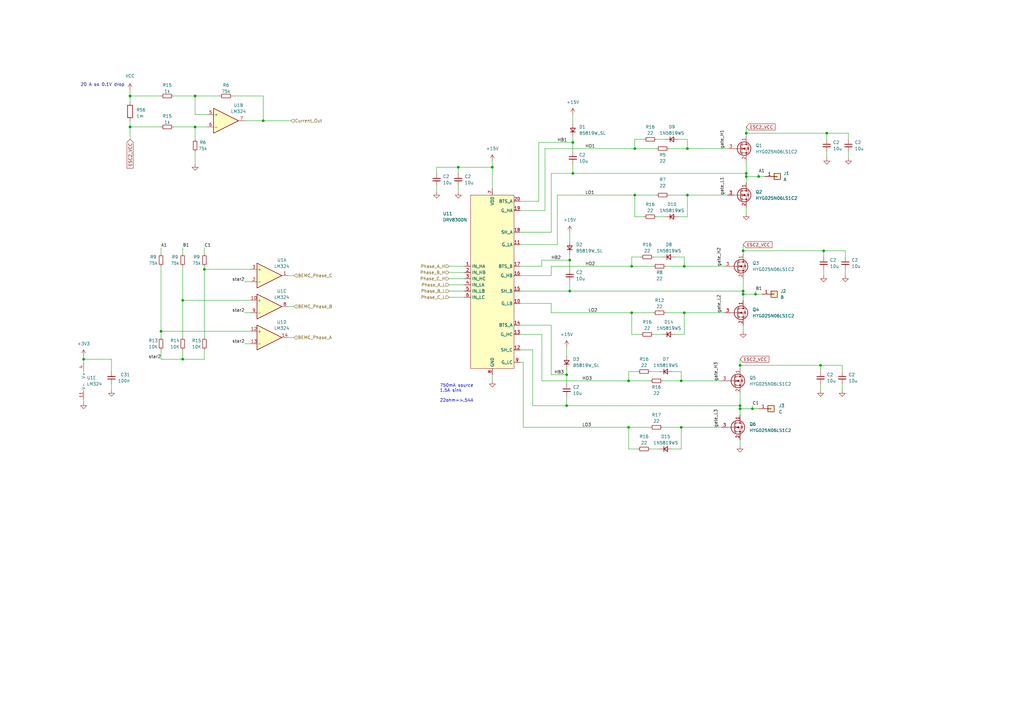
<source format=kicad_sch>
(kicad_sch (version 20230121) (generator eeschema)
  (paper "A3")
  (junction (at 336.55 149.86))
  (junction (at 309.88 120.65))
  (junction (at 233.68 106.68))
  (junction (at 234.95 58.42))
  (junction (at 187.96 68.58))
  (junction (at 201.93 68.58))
  (junction (at 53.34 39.37))
  (junction (at 304.8 102.87))
  (junction (at 279.4 175.26))
  (junction (at 304.8 119.38))
  (junction (at 259.08 109.22))
  (junction (at 233.68 119.38))
  (junction (at 308.61 167.64))
  (junction (at 306.07 54.61))
  (junction (at 234.95 71.12))
  (junction (at 80.01 39.37))
  (junction (at 260.35 80.01))
  (junction (at 83.82 110.49))
  (junction (at 232.41 153.67))
  (junction (at 53.34 52.07))
  (junction (at 303.53 149.86))
  (junction (at 306.07 71.12))
  (junction (at 66.04 135.89))
  (junction (at 304.8 120.65))
  (junction (at 281.94 80.01))
  (junction (at 279.4 156.21))
  (junction (at 337.82 102.87))
  (junction (at 257.81 156.21))
  (junction (at 80.01 52.07))
  (junction (at 107.95 49.53))
  (junction (at 339.09 54.61))
  (junction (at 232.41 166.37))
  (junction (at 281.94 60.96))
  (junction (at 303.53 167.64))
  (junction (at 34.29 147.32))
  (junction (at 280.67 128.27))
  (junction (at 259.08 128.27))
  (junction (at 260.35 60.96))
  (junction (at 74.93 147.32))
  (junction (at 257.81 175.26))
  (junction (at 303.53 166.37))
  (junction (at 74.93 123.19))
  (junction (at 311.15 72.39))
  (junction (at 306.07 72.39))
  (junction (at 280.67 109.22))
  (wire (pts (xy 303.53 167.64) (xy 308.61 167.64)))
  (wire (pts (xy 346.71 102.87) (xy 346.71 105.41)))
  (wire (pts (xy 261.62 184.15) (xy 257.81 184.15)))
  (wire (pts (xy 281.94 80.01) (xy 298.45 80.01)))
  (wire (pts (xy 279.4 184.15) (xy 275.59 184.15)))
  (wire (pts (xy 346.71 110.49) (xy 346.71 113.03)))
  (wire (pts (xy 232.41 166.37) (xy 303.53 166.37)))
  (wire (pts (xy 80.01 39.37) (xy 71.12 39.37)))
  (wire (pts (xy 100.33 128.27) (xy 102.87 128.27)))
  (wire (pts (xy 345.44 149.86) (xy 345.44 152.4)))
  (wire (pts (xy 218.44 143.51) (xy 218.44 166.37)))
  (wire (pts (xy 271.78 175.26) (xy 279.4 175.26)))
  (wire (pts (xy 274.32 80.01) (xy 281.94 80.01)))
  (wire (pts (xy 226.06 133.35) (xy 226.06 153.67)))
  (wire (pts (xy 53.34 36.83) (xy 53.34 39.37)))
  (wire (pts (xy 339.09 54.61) (xy 347.98 54.61)))
  (wire (pts (xy 257.81 152.4) (xy 257.81 156.21)))
  (wire (pts (xy 80.01 52.07) (xy 80.01 57.15)))
  (wire (pts (xy 304.8 102.87) (xy 304.8 104.14)))
  (wire (pts (xy 308.61 167.64) (xy 311.15 167.64)))
  (wire (pts (xy 74.93 123.19) (xy 74.93 138.43)))
  (wire (pts (xy 74.93 143.51) (xy 74.93 147.32)))
  (wire (pts (xy 100.33 140.97) (xy 102.87 140.97)))
  (wire (pts (xy 226.06 153.67) (xy 232.41 153.67)))
  (wire (pts (xy 233.68 95.25) (xy 233.68 99.06)))
  (wire (pts (xy 262.89 105.41) (xy 259.08 105.41)))
  (wire (pts (xy 53.34 41.91) (xy 53.34 39.37)))
  (wire (pts (xy 304.8 102.87) (xy 337.82 102.87)))
  (wire (pts (xy 304.8 120.65) (xy 304.8 123.19)))
  (wire (pts (xy 34.29 147.32) (xy 34.29 148.59)))
  (wire (pts (xy 213.36 133.35) (xy 226.06 133.35)))
  (wire (pts (xy 281.94 60.96) (xy 298.45 60.96)))
  (wire (pts (xy 306.07 54.61) (xy 339.09 54.61)))
  (wire (pts (xy 179.07 68.58) (xy 187.96 68.58)))
  (wire (pts (xy 222.25 137.16) (xy 222.25 156.21)))
  (wire (pts (xy 45.72 157.48) (xy 45.72 160.02)))
  (wire (pts (xy 280.67 137.16) (xy 276.86 137.16)))
  (wire (pts (xy 337.82 102.87) (xy 346.71 102.87)))
  (wire (pts (xy 304.8 119.38) (xy 304.8 114.3)))
  (wire (pts (xy 213.36 143.51) (xy 218.44 143.51)))
  (wire (pts (xy 213.36 82.55) (xy 220.98 82.55)))
  (wire (pts (xy 260.35 57.15) (xy 260.35 60.96)))
  (wire (pts (xy 74.93 147.32) (xy 66.04 147.32)))
  (wire (pts (xy 184.15 111.76) (xy 190.5 111.76)))
  (wire (pts (xy 83.82 147.32) (xy 74.93 147.32)))
  (wire (pts (xy 281.94 80.01) (xy 281.94 88.9)))
  (wire (pts (xy 187.96 68.58) (xy 187.96 71.12)))
  (wire (pts (xy 273.05 88.9) (xy 269.24 88.9)))
  (wire (pts (xy 187.96 76.2) (xy 187.96 78.74)))
  (wire (pts (xy 303.53 166.37) (xy 303.53 167.64)))
  (wire (pts (xy 66.04 135.89) (xy 66.04 109.22)))
  (wire (pts (xy 213.36 113.03) (xy 226.06 113.03)))
  (wire (pts (xy 311.15 72.39) (xy 313.69 72.39)))
  (wire (pts (xy 270.51 152.4) (xy 266.7 152.4)))
  (wire (pts (xy 222.25 156.21) (xy 257.81 156.21)))
  (wire (pts (xy 339.09 62.23) (xy 339.09 64.77)))
  (wire (pts (xy 273.05 109.22) (xy 280.67 109.22)))
  (wire (pts (xy 85.09 46.99) (xy 80.01 46.99)))
  (wire (pts (xy 259.08 128.27) (xy 267.97 128.27)))
  (wire (pts (xy 257.81 175.26) (xy 266.7 175.26)))
  (wire (pts (xy 184.15 109.22) (xy 190.5 109.22)))
  (wire (pts (xy 218.44 166.37) (xy 232.41 166.37)))
  (wire (pts (xy 306.07 85.09) (xy 306.07 87.63)))
  (wire (pts (xy 279.4 175.26) (xy 279.4 184.15)))
  (wire (pts (xy 213.36 119.38) (xy 233.68 119.38)))
  (wire (pts (xy 304.8 133.35) (xy 304.8 135.89)))
  (wire (pts (xy 280.67 128.27) (xy 297.18 128.27)))
  (wire (pts (xy 201.93 153.67) (xy 201.93 156.21)))
  (wire (pts (xy 184.15 114.3) (xy 190.5 114.3)))
  (wire (pts (xy 281.94 88.9) (xy 278.13 88.9)))
  (wire (pts (xy 339.09 57.15) (xy 339.09 54.61)))
  (wire (pts (xy 279.4 156.21) (xy 295.91 156.21)))
  (wire (pts (xy 306.07 71.12) (xy 306.07 72.39)))
  (wire (pts (xy 281.94 60.96) (xy 281.94 57.15)))
  (wire (pts (xy 281.94 57.15) (xy 278.13 57.15)))
  (wire (pts (xy 107.95 39.37) (xy 95.25 39.37)))
  (wire (pts (xy 264.16 88.9) (xy 260.35 88.9)))
  (wire (pts (xy 259.08 105.41) (xy 259.08 109.22)))
  (wire (pts (xy 213.36 86.36) (xy 223.52 86.36)))
  (wire (pts (xy 222.25 106.68) (xy 233.68 106.68)))
  (wire (pts (xy 232.41 166.37) (xy 232.41 162.56)))
  (wire (pts (xy 66.04 147.32) (xy 66.04 143.51)))
  (wire (pts (xy 83.82 110.49) (xy 83.82 138.43)))
  (wire (pts (xy 90.17 39.37) (xy 80.01 39.37)))
  (wire (pts (xy 234.95 62.23) (xy 234.95 58.42)))
  (wire (pts (xy 179.07 71.12) (xy 179.07 68.58)))
  (wire (pts (xy 34.29 163.83) (xy 34.29 165.1)))
  (wire (pts (xy 261.62 152.4) (xy 257.81 152.4)))
  (wire (pts (xy 262.89 137.16) (xy 259.08 137.16)))
  (wire (pts (xy 34.29 146.05) (xy 34.29 147.32)))
  (wire (pts (xy 271.78 105.41) (xy 267.97 105.41)))
  (wire (pts (xy 233.68 110.49) (xy 233.68 106.68)))
  (wire (pts (xy 303.53 167.64) (xy 303.53 170.18)))
  (wire (pts (xy 83.82 110.49) (xy 102.87 110.49)))
  (wire (pts (xy 260.35 80.01) (xy 269.24 80.01)))
  (wire (pts (xy 100.33 49.53) (xy 107.95 49.53)))
  (wire (pts (xy 336.55 152.4) (xy 336.55 149.86)))
  (wire (pts (xy 213.36 148.59) (xy 214.63 148.59)))
  (wire (pts (xy 220.98 58.42) (xy 234.95 58.42)))
  (wire (pts (xy 85.09 52.07) (xy 80.01 52.07)))
  (wire (pts (xy 80.01 52.07) (xy 71.12 52.07)))
  (wire (pts (xy 201.93 66.04) (xy 201.93 68.58)))
  (wire (pts (xy 187.96 68.58) (xy 201.93 68.58)))
  (wire (pts (xy 74.93 109.22) (xy 74.93 123.19)))
  (wire (pts (xy 306.07 54.61) (xy 306.07 55.88)))
  (wire (pts (xy 222.25 109.22) (xy 222.25 106.68)))
  (wire (pts (xy 303.53 180.34) (xy 303.53 182.88)))
  (wire (pts (xy 213.36 109.22) (xy 222.25 109.22)))
  (wire (pts (xy 273.05 57.15) (xy 269.24 57.15)))
  (wire (pts (xy 259.08 128.27) (xy 259.08 137.16)))
  (wire (pts (xy 226.06 124.46) (xy 226.06 128.27)))
  (wire (pts (xy 280.67 105.41) (xy 276.86 105.41)))
  (wire (pts (xy 118.11 138.43) (xy 120.65 138.43)))
  (wire (pts (xy 53.34 49.53) (xy 53.34 52.07)))
  (wire (pts (xy 337.82 110.49) (xy 337.82 113.03)))
  (wire (pts (xy 257.81 156.21) (xy 266.7 156.21)))
  (wire (pts (xy 220.98 82.55) (xy 220.98 58.42)))
  (wire (pts (xy 83.82 109.22) (xy 83.82 110.49)))
  (wire (pts (xy 45.72 147.32) (xy 34.29 147.32)))
  (wire (pts (xy 118.11 113.03) (xy 120.65 113.03)))
  (wire (pts (xy 347.98 62.23) (xy 347.98 64.77)))
  (wire (pts (xy 118.11 125.73) (xy 120.65 125.73)))
  (wire (pts (xy 345.44 157.48) (xy 345.44 160.02)))
  (wire (pts (xy 228.6 100.33) (xy 228.6 80.01)))
  (wire (pts (xy 184.15 121.92) (xy 190.5 121.92)))
  (wire (pts (xy 259.08 109.22) (xy 267.97 109.22)))
  (wire (pts (xy 306.07 72.39) (xy 311.15 72.39)))
  (wire (pts (xy 45.72 152.4) (xy 45.72 147.32)))
  (wire (pts (xy 308.61 166.37) (xy 308.61 167.64)))
  (wire (pts (xy 184.15 119.38) (xy 190.5 119.38)))
  (wire (pts (xy 179.07 76.2) (xy 179.07 78.74)))
  (wire (pts (xy 303.53 149.86) (xy 303.53 151.13)))
  (wire (pts (xy 80.01 39.37) (xy 80.01 46.99)))
  (wire (pts (xy 226.06 71.12) (xy 234.95 71.12)))
  (wire (pts (xy 304.8 119.38) (xy 304.8 120.65)))
  (wire (pts (xy 83.82 101.6) (xy 83.82 104.14)))
  (wire (pts (xy 274.32 60.96) (xy 281.94 60.96)))
  (wire (pts (xy 337.82 105.41) (xy 337.82 102.87)))
  (wire (pts (xy 226.06 109.22) (xy 259.08 109.22)))
  (wire (pts (xy 234.95 46.99) (xy 234.95 50.8)))
  (wire (pts (xy 184.15 116.84) (xy 190.5 116.84)))
  (wire (pts (xy 74.93 101.6) (xy 74.93 104.14)))
  (wire (pts (xy 264.16 57.15) (xy 260.35 57.15)))
  (wire (pts (xy 213.36 95.25) (xy 226.06 95.25)))
  (wire (pts (xy 234.95 55.88) (xy 234.95 58.42)))
  (wire (pts (xy 53.34 52.07) (xy 53.34 57.15)))
  (wire (pts (xy 100.33 115.57) (xy 102.87 115.57)))
  (wire (pts (xy 233.68 119.38) (xy 233.68 115.57)))
  (wire (pts (xy 83.82 143.51) (xy 83.82 147.32)))
  (wire (pts (xy 303.53 166.37) (xy 303.53 161.29)))
  (wire (pts (xy 226.06 128.27) (xy 259.08 128.27)))
  (wire (pts (xy 279.4 152.4) (xy 275.59 152.4)))
  (wire (pts (xy 234.95 71.12) (xy 306.07 71.12)))
  (wire (pts (xy 271.78 137.16) (xy 267.97 137.16)))
  (wire (pts (xy 336.55 149.86) (xy 345.44 149.86)))
  (wire (pts (xy 213.36 137.16) (xy 222.25 137.16)))
  (wire (pts (xy 223.52 60.96) (xy 260.35 60.96)))
  (wire (pts (xy 279.4 175.26) (xy 295.91 175.26)))
  (wire (pts (xy 260.35 80.01) (xy 260.35 88.9)))
  (wire (pts (xy 309.88 120.65) (xy 312.42 120.65)))
  (wire (pts (xy 228.6 80.01) (xy 260.35 80.01)))
  (wire (pts (xy 214.63 175.26) (xy 257.81 175.26)))
  (wire (pts (xy 280.67 109.22) (xy 280.67 105.41)))
  (wire (pts (xy 80.01 62.23) (xy 80.01 67.31)))
  (wire (pts (xy 304.8 120.65) (xy 309.88 120.65)))
  (wire (pts (xy 311.15 71.12) (xy 311.15 72.39)))
  (wire (pts (xy 107.95 49.53) (xy 119.38 49.53)))
  (wire (pts (xy 233.68 119.38) (xy 304.8 119.38)))
  (wire (pts (xy 273.05 128.27) (xy 280.67 128.27)))
  (wire (pts (xy 271.78 156.21) (xy 279.4 156.21)))
  (wire (pts (xy 66.04 138.43) (xy 66.04 135.89)))
  (wire (pts (xy 213.36 100.33) (xy 228.6 100.33)))
  (wire (pts (xy 304.8 100.33) (xy 304.8 102.87)))
  (wire (pts (xy 232.41 142.24) (xy 232.41 146.05)))
  (wire (pts (xy 107.95 49.53) (xy 107.95 39.37)))
  (wire (pts (xy 306.07 52.07) (xy 306.07 54.61)))
  (wire (pts (xy 347.98 54.61) (xy 347.98 57.15)))
  (wire (pts (xy 260.35 60.96) (xy 269.24 60.96)))
  (wire (pts (xy 232.41 157.48) (xy 232.41 153.67)))
  (wire (pts (xy 232.41 151.13) (xy 232.41 153.67)))
  (wire (pts (xy 226.06 95.25) (xy 226.06 71.12)))
  (wire (pts (xy 66.04 135.89) (xy 102.87 135.89)))
  (wire (pts (xy 233.68 104.14) (xy 233.68 106.68)))
  (wire (pts (xy 279.4 156.21) (xy 279.4 152.4)))
  (wire (pts (xy 66.04 52.07) (xy 53.34 52.07)))
  (wire (pts (xy 306.07 72.39) (xy 306.07 74.93)))
  (wire (pts (xy 223.52 86.36) (xy 223.52 60.96)))
  (wire (pts (xy 66.04 104.14) (xy 66.04 101.6)))
  (wire (pts (xy 201.93 68.58) (xy 201.93 77.47)))
  (wire (pts (xy 66.04 39.37) (xy 53.34 39.37)))
  (wire (pts (xy 213.36 124.46) (xy 226.06 124.46)))
  (wire (pts (xy 306.07 71.12) (xy 306.07 66.04)))
  (wire (pts (xy 303.53 149.86) (xy 336.55 149.86)))
  (wire (pts (xy 309.88 119.38) (xy 309.88 120.65)))
  (wire (pts (xy 102.87 123.19) (xy 74.93 123.19)))
  (wire (pts (xy 214.63 148.59) (xy 214.63 175.26)))
  (wire (pts (xy 234.95 71.12) (xy 234.95 67.31)))
  (wire (pts (xy 280.67 128.27) (xy 280.67 137.16)))
  (wire (pts (xy 270.51 184.15) (xy 266.7 184.15)))
  (wire (pts (xy 336.55 157.48) (xy 336.55 160.02)))
  (wire (pts (xy 226.06 113.03) (xy 226.06 109.22)))
  (wire (pts (xy 280.67 109.22) (xy 297.18 109.22)))
  (wire (pts (xy 303.53 147.32) (xy 303.53 149.86)))
  (wire (pts (xy 257.81 175.26) (xy 257.81 184.15)))
  (text "20 A so 0.1V drop" (at 33.02 35.56 0) (effects (font (size 1.27 1.27)) (justify left bottom)))
  (text "750mA source\n1.5A sink\n\n22ohm=>.54A" (at 180.34 165.1 0) (effects (font (size 1.27 1.27)) (justify left bottom)))
  (label "A1" (at 311.15 71.12 0))
  (label "HB3" (at 227.33 153.67 0))
  (label "gate_H1" (at 297.18 60.96 90))
  (label "gate_L3" (at 294.64 175.26 90))
  (label "B1" (at 309.88 119.38 0))
  (label "HB1" (at 228.6 58.42 0))
  (label "B1" (at 74.93 101.6 0))
  (label "LO2" (at 241.3 128.27 0))
  (label "A1" (at 66.04 101.6 0))
  (label "star2" (at 100.33 140.97 180))
  (label "LO1" (at 240.03 80.01 0))
  (label "gate_L1" (at 297.18 80.01 90))
  (label "C1" (at 83.82 101.6 0))
  (label "gate_H3" (at 294.64 156.21 90))
  (label "C1" (at 308.61 166.37 0))
  (label "HO1" (at 240.03 60.96 0))
  (label "star2" (at 100.33 128.27 180))
  (label "HB2" (at 226.06 106.68 0))
  (label "star2" (at 100.33 115.57 180))
  (label "gate_H2" (at 295.91 109.22 90))
  (label "HO3" (at 238.76 156.21 0))
  (label "HO2" (at 240.03 109.22 0))
  (label "gate_L2" (at 295.91 128.27 90))
  (label "star2" (at 66.04 147.32 180))
  (label "LO3" (at 238.76 175.26 0))
  (global_label "ESC2_VCC" (shape input) (at 303.53 147.32 0) (property "Intersheetrefs" "${INTERSHEET_REFS}" (effects hide)))
  (global_label "ESC2_VCC" (shape input) (at 53.34 57.15 270) (property "Intersheetrefs" "${INTERSHEET_REFS}" (effects hide)))
  (global_label "ESC2_VCC" (shape input) (at 306.07 52.07 0) (property "Intersheetrefs" "${INTERSHEET_REFS}" (effects hide)))
  (global_label "ESC2_VCC" (shape input) (at 304.8 100.33 0) (property "Intersheetrefs" "${INTERSHEET_REFS}" (effects hide)))
  (hierarchical_label "Phase_A_L" (shape input) (at 184.15 116.84 180))
  (hierarchical_label "BEMC_Phase_B" (shape input) (at 120.65 125.73 0))
  (hierarchical_label "BEMC_Phase_A" (shape input) (at 120.65 138.43 0))
  (hierarchical_label "BEMC_Phase_C" (shape input) (at 120.65 113.03 0))
  (hierarchical_label "Phase_A_H" (shape input) (at 184.15 109.22 180))
  (hierarchical_label "Phase_C_H" (shape input) (at 184.15 114.3 180))
  (hierarchical_label "Phase_C_L" (shape input) (at 184.15 121.92 180))
  (hierarchical_label "Phase_B_L" (shape input) (at 184.15 119.38 180))
  (hierarchical_label "Phase_B_H" (shape input) (at 184.15 111.76 180))
  (hierarchical_label "Current_Out" (shape input) (at 119.38 49.53 0))
  (symbol (lib_id "power:GND") (at 179.07 78.74 0) (unit 1)
    (property "Reference" "#PWR06" (effects hide))
    (property "Value" "GND" (effects hide))
    (instances (project "ESP32_dual_ESC" (path "" (reference "#PWR06") (unit 1)) (path "" (reference "#PWR081") (unit 1))) (project "RP2040_ESP32_dual_ESC" (path "" (reference "#PWR0109") (unit 1)) (path "" (reference "#PWR0101") (unit 1))))
  )
  (symbol (lib_id "power:+15V") (at 233.68 95.25 0) (unit 1)
    (property "Reference" "#PWR02" (effects hide))
    (property "Value" "+15V" (at 233.68 90.17 0))
    (instances (project "ESP32_dual_ESC" (path "" (reference "#PWR02") (unit 1)) (path "" (reference "#PWR075") (unit 1))) (project "RP2040_ESP32_dual_ESC" (path "" (reference "#PWR044") (unit 1)) (path "" (reference "#PWR02") (unit 1))))
  )
  (symbol (lib_id "power:GND") (at 339.09 64.77 0) (unit 1)
    (property "Reference" "#PWR06" (effects hide))
    (property "Value" "GND" (effects hide))
    (instances (project "ESP32_dual_ESC" (path "" (reference "#PWR06") (unit 1)) (path "" (reference "#PWR046") (unit 1))) (project "RP2040_ESP32_dual_ESC" (path "" (reference "#PWR0109") (unit 1)) (path "" (reference "#PWR0101") (unit 1))))
  )
  (symbol (lib_id "power:GND") (at 345.44 160.02 0) (unit 1)
    (property "Reference" "#PWR06" (effects hide))
    (property "Value" "GND" (effects hide))
    (instances (project "ESP32_dual_ESC" (path "" (reference "#PWR06") (unit 1)) (path "" (reference "#PWR091") (unit 1))) (project "RP2040_ESP32_dual_ESC" (path "" (reference "#PWR0109") (unit 1)) (path "" (reference "#PWR0101") (unit 1))))
  )
  (symbol (lib_id "Device:C_Small") (at 337.82 107.95 0) (unit 1)
    (property "Reference" "C2" (at 340.36 106.6862 0) (effects (justify left)))
    (property "Value" "10u" (at 340.36 109.2262 0) (effects (justify left)))
    (property "Footprint" "Capacitor_SMD:C_1206_3216Metric" (effects hide))
    (property "LCSC" "C13585" (effects hide))
    (instances (project "ESP32_dual_ESC" (path "" (reference "C2") (unit 1)) (path "" (reference "C68") (unit 1))) (project "RP2040_ESP32_dual_ESC" (path "" (reference "C24") (unit 1)) (path "" (reference "C2") (unit 1))))
  )
  (symbol (lib_id "Device:D_Small") (at 234.95 53.34 90) (unit 1)
    (property "Reference" "D1" (at 237.49 52.0699 90) (effects (justify right)))
    (property "Value" "B5819W_SL" (at 237.49 54.6099 90) (effects (justify right)))
    (property "Footprint" "Diode_SMD:D_SOD-123" (effects hide))
    (property "LCSC" "C8598" (effects hide))
    (instances (project "ESP32_dual_ESC" (path "" (reference "D1") (unit 1)) (path "" (reference "D11") (unit 1))) (project "RP2040_ESP32_dual_ESC" (path "" (reference "D6") (unit 1)) (path "" (reference "D1") (unit 1))))
  )
  (symbol (lib_name "D_Small_1") (lib_id "Device:D_Small") (at 273.05 184.15 0) (unit 1)
    (property "Reference" "D15" (at 273.05 179.07 0))
    (property "Value" "1N5819WS" (at 273.05 181.61 0))
    (property "Footprint" "Diode_SMD:D_SOD-323" (effects hide))
    (property "Datasheet" "https://datasheet.lcsc.com/lcsc/2204281430_Guangdong-Hottech-1N5819WS_C191023.pdf" (effects hide))
    (property "Sim.Device" "D" (effects hide))
    (property "Sim.Pins" "1=K 2=A" (effects hide))
    (property "LCSC" "C191023" (effects hide))
  )
  (symbol (lib_id "Device:Q_NMOS_DSG") (at 300.99 175.26 0) (unit 1)
    (property "Reference" "Q6" (at 307.34 173.9899 0) (effects (justify left)))
    (property "Value" "HYG025N06LS1C2" (at 307.34 176.5299 0) (effects (justify left)))
    (property "Footprint" "Z_mycustom_footprint_lib:DFN-8_(5x6)" (effects hide))
    (property "Datasheet" "https://datasheet.lcsc.com/lcsc/2105242011_HUAYI-HYG025N06LS1C2_C2827231.pdf" (effects hide))
    (property "LCSC" "C2827231" (effects hide))
    (instances (project "ESP32_dual_ESC" (path "" (reference "Q6") (unit 1)) (path "" (reference "Q12") (unit 1))) (project "RP2040_ESP32_dual_ESC" (path "" (reference "Q12") (unit 1)) (path "" (reference "Q6") (unit 1))))
  )
  (symbol (lib_id "power:GND") (at 306.07 87.63 0) (unit 1)
    (property "Reference" "#PWR06" (effects hide))
    (property "Value" "GND" (effects hide))
    (instances (project "ESP32_dual_ESC" (path "" (reference "#PWR06") (unit 1)) (path "" (reference "#PWR076") (unit 1))) (project "RP2040_ESP32_dual_ESC" (path "" (reference "#PWR0109") (unit 1)) (path "" (reference "#PWR0101") (unit 1))))
  )
  (symbol (lib_id "Device:C_Small") (at 179.07 73.66 0) (unit 1)
    (property "Reference" "C2" (at 181.61 72.3962 0) (effects (justify left)))
    (property "Value" "10u" (at 181.61 74.9362 0) (effects (justify left)))
    (property "Footprint" "Capacitor_SMD:C_0603_1608Metric" (effects hide))
    (property "LCSC" "C96446" (effects hide))
    (instances (project "ESP32_dual_ESC" (path "" (reference "C2") (unit 1)) (path "" (reference "C22") (unit 1))) (project "RP2040_ESP32_dual_ESC" (path "" (reference "C24") (unit 1)) (path "" (reference "C2") (unit 1))))
  )
  (symbol (lib_name "D_Small_1") (lib_id "Device:D_Small") (at 275.59 88.9 0) (unit 1)
    (property "Reference" "D10" (at 275.59 83.82 0))
    (property "Value" "1N5819WS" (at 275.59 86.36 0))
    (property "Footprint" "Diode_SMD:D_SOD-323" (effects hide))
    (property "Datasheet" "https://datasheet.lcsc.com/lcsc/2204281430_Guangdong-Hottech-1N5819WS_C191023.pdf" (effects hide))
    (property "Sim.Device" "D" (effects hide))
    (property "Sim.Pins" "1=K 2=A" (effects hide))
    (property "LCSC" "C191023" (effects hide))
  )
  (symbol (lib_id "Device:R_Small") (at 66.04 140.97 180) (unit 1)
    (property "Reference" "R13" (at 62.865 139.7 0))
    (property "Value" "10K" (at 62.865 142.24 0))
    (property "Footprint" "Resistor_SMD:R_0603_1608Metric" (effects hide))
    (property "LCSC" "C25804" (effects hide))
    (instances (project "ESP32_dual_ESC" (path "" (reference "R13") (unit 1)) (path "" (reference "R51") (unit 1))) (project "RP2040_ESP32_dual_ESC" (path "" (reference "R39") (unit 1)) (path "" (reference "R14") (unit 1))))
  )
  (symbol (lib_id "Device:C_Small") (at 232.41 160.02 0) (unit 1)
    (property "Reference" "C2" (at 234.95 158.7562 0) (effects (justify left)))
    (property "Value" "10u" (at 234.95 161.2962 0) (effects (justify left)))
    (property "Footprint" "Capacitor_SMD:C_0805_2012Metric" (effects hide))
    (property "LCSC" "C15850" (effects hide))
    (instances (project "ESP32_dual_ESC" (path "" (reference "C2") (unit 1)) (path "" (reference "C16") (unit 1))) (project "RP2040_ESP32_dual_ESC" (path "" (reference "C24") (unit 1)) (path "" (reference "C2") (unit 1))))
  )
  (symbol (lib_id "Device:R_Small") (at 265.43 137.16 90) (mirror x) (unit 1)
    (property "Reference" "R16" (at 265.43 132.08 90))
    (property "Value" "22" (at 265.43 134.62 90))
    (property "Footprint" "Resistor_SMD:R_0603_1608Metric" (effects hide))
    (property "LCSC" "C23345" (effects hide))
    (instances (project "ESP32_dual_ESC" (path "" (reference "R16") (unit 1)) (path "" (reference "R37") (unit 1))) (project "RP2040_ESP32_dual_ESC" (path "" (reference "R42") (unit 1)) (path "" (reference "R17") (unit 1))))
  )
  (symbol (lib_id "Connector_Generic:Conn_01x01") (at 317.5 120.65 0) (unit 1) (in_bom no)
    (property "Reference" "J2" (at 320.04 119.3799 0) (effects (justify left)))
    (property "Value" "B" (at 320.04 121.9199 0) (effects (justify left)))
    (property "Footprint" "MountingHole:MountingHole_2.5mm_Pad_TopBottom" (effects hide))
    (instances (project "ESP32_dual_ESC" (path "" (reference "J2") (unit 1)) (path "" (reference "J12") (unit 1))) (project "RP2040_ESP32_dual_ESC" (path "" (reference "J5") (unit 1)) (path "" (reference "J2") (unit 1))))
  )
  (symbol (lib_id "power:GND") (at 201.93 156.21 0) (unit 1)
    (property "Reference" "#PWR06" (effects hide))
    (property "Value" "GND" (effects hide))
    (instances (project "ESP32_dual_ESC" (path "" (reference "#PWR06") (unit 1)) (path "" (reference "#PWR073") (unit 1))) (project "RP2040_ESP32_dual_ESC" (path "" (reference "#PWR0109") (unit 1)) (path "" (reference "#PWR0101") (unit 1))))
  )
  (symbol (lib_id "Device:Q_NMOS_DSG") (at 303.53 60.96 0) (unit 1)
    (property "Reference" "Q1" (at 309.88 59.6899 0) (effects (justify left)))
    (property "Value" "HYG025N06LS1C2" (at 309.88 62.2299 0) (effects (justify left)))
    (property "Footprint" "Z_mycustom_footprint_lib:DFN-8_(5x6)" (effects hide))
    (property "Datasheet" "https://datasheet.lcsc.com/lcsc/2105242011_HUAYI-HYG025N06LS1C2_C2827231.pdf" (effects hide))
    (property "LCSC" "C2827231" (effects hide))
    (instances (project "ESP32_dual_ESC" (path "" (reference "Q1") (unit 1)) (path "" (reference "Q7") (unit 1))) (project "RP2040_ESP32_dual_ESC" (path "" (reference "Q7") (unit 1)) (path "" (reference "Q1") (unit 1))))
  )
  (symbol (lib_id "Device:C_Small") (at 45.72 154.94 180) (unit 1)
    (property "Reference" "C31" (at 53.34 153.67 0) (effects (justify left)))
    (property "Value" "100n" (at 53.34 156.21 0) (effects (justify left)))
    (property "Footprint" "Capacitor_SMD:C_0603_1608Metric" (effects hide))
    (property "LCSC" "C14663" (effects hide))
    (instances (project "Ethernet_switch_4out" (path "" (reference "C31") (unit 1)) (path "" (reference "C38") (unit 1)) (path "" (reference "C41") (unit 1)) (path "" (reference "C44") (unit 1)) (path "" (reference "C47") (unit 1))) (project "cross_band_handy_walkie_talkie_ES8388" (path "" (reference "C1") (unit 1))) (project "ESP32_dual_ESC" (path "" (reference "C14") (unit 1)) (path "" (reference "C21") (unit 1))))
  )
  (symbol (lib_id "Device:R_Small") (at 66.04 106.68 180) (unit 1)
    (property "Reference" "R9" (at 62.865 105.41 0))
    (property "Value" "75k" (at 62.865 107.95 0))
    (property "Footprint" "Resistor_SMD:R_0603_1608Metric" (effects hide))
    (property "LCSC" "C23242" (effects hide))
    (instances (project "ESP32_dual_ESC" (path "" (reference "R9") (unit 1)) (path "" (reference "R47") (unit 1))) (project "RP2040_ESP32_dual_ESC" (path "" (reference "R27") (unit 1)) (path "" (reference "R10") (unit 1))))
  )
  (symbol (lib_id "Device:R_Small") (at 83.82 140.97 180) (unit 1)
    (property "Reference" "R15" (at 80.645 139.7 0))
    (property "Value" "10K" (at 80.645 142.24 0))
    (property "Footprint" "Resistor_SMD:R_0603_1608Metric" (effects hide))
    (property "LCSC" "C25804" (effects hide))
    (instances (project "ESP32_dual_ESC" (path "" (reference "R15") (unit 1)) (path "" (reference "R53") (unit 1))) (project "RP2040_ESP32_dual_ESC" (path "" (reference "R41") (unit 1)) (path "" (reference "R16") (unit 1))))
  )
  (symbol (lib_id "Device:R_Small") (at 266.7 57.15 90) (mirror x) (unit 1)
    (property "Reference" "R16" (at 266.7 52.07 90))
    (property "Value" "22" (at 266.7 54.61 90))
    (property "Footprint" "Resistor_SMD:R_0603_1608Metric" (effects hide))
    (property "LCSC" "C23345" (effects hide))
    (instances (project "ESP32_dual_ESC" (path "" (reference "R16") (unit 1)) (path "" (reference "R30") (unit 1))) (project "RP2040_ESP32_dual_ESC" (path "" (reference "R42") (unit 1)) (path "" (reference "R17") (unit 1))))
  )
  (symbol (lib_id "Device:C_Small") (at 187.96 73.66 0) (unit 1)
    (property "Reference" "C2" (at 190.5 72.3962 0) (effects (justify left)))
    (property "Value" "10u" (at 190.5 74.9362 0) (effects (justify left)))
    (property "Footprint" "Capacitor_SMD:C_0603_1608Metric" (effects hide))
    (property "LCSC" "C96446" (effects hide))
    (instances (project "ESP32_dual_ESC" (path "" (reference "C2") (unit 1)) (path "" (reference "C20") (unit 1))) (project "RP2040_ESP32_dual_ESC" (path "" (reference "C24") (unit 1)) (path "" (reference "C2") (unit 1))))
  )
  (symbol (lib_id "power:+15V") (at 201.93 66.04 0) (unit 1)
    (property "Reference" "#PWR02" (effects hide))
    (property "Value" "+15V" (at 201.93 60.96 0))
    (instances (project "ESP32_dual_ESC" (path "" (reference "#PWR02") (unit 1)) (path "" (reference "#PWR078") (unit 1))) (project "RP2040_ESP32_dual_ESC" (path "" (reference "#PWR044") (unit 1)) (path "" (reference "#PWR02") (unit 1))))
  )
  (symbol (lib_id "Device:R") (at 53.34 45.72 0) (unit 1)
    (property "Reference" "R56" (at 55.88 45.085 0) (effects (justify left)))
    (property "Value" "1m" (at 55.88 47.625 0) (effects (justify left)))
    (property "Footprint" "Resistor_SMD:R_2512_6332Metric" (effects hide))
    (instances (project "ESP32_dual_ESC" (path "" (reference "R56") (unit 1)) (path "" (reference "R41") (unit 1))))
  )
  (symbol (lib_id "My_custom_lib:DRV8300") (at 201.93 115.57 0) (unit 1)
    (property "Reference" "U11" (at 181.61 87.63 0) (effects (justify left)))
    (property "Value" "DRV8300N" (at 181.61 90.17 0) (effects (justify left)))
    (property "Footprint" "Package_SO:TSSOP-20_4.4x6.5mm_P0.65mm" (effects hide))
    (property "Datasheet" "https://www.ti.com/lit/ds/symlink/drv8300.pdf?ts=1688220853574&ref_url=https%253A%252F%252Fwww.ti.com%252Fproduct%252FDRV8300%253Fdcmp%253Ddsproject%2526hqs%253D" (effects hide))
    (property "LCSC" "C2871875" (effects hide))
  )
  (symbol (lib_id "Device:Q_NMOS_DSG") (at 303.53 80.01 0) (unit 1)
    (property "Reference" "Q2" (at 309.88 78.7399 0) (effects (justify left)))
    (property "Value" "HYG025N06LS1C2" (at 309.88 81.2799 0) (effects (justify left)))
    (property "Footprint" "Z_mycustom_footprint_lib:DFN-8_(5x6)" (effects hide))
    (property "Datasheet" "https://datasheet.lcsc.com/lcsc/2105242011_HUAYI-HYG025N06LS1C2_C2827231.pdf" (effects hide))
    (property "LCSC" "C2827231" (effects hide))
    (instances (project "ESP32_dual_ESC" (path "" (reference "Q2") (unit 1)) (path "" (reference "Q8") (unit 1))) (project "RP2040_ESP32_dual_ESC" (path "" (reference "Q8") (unit 1)) (path "" (reference "Q2") (unit 1))))
  )
  (symbol (lib_id "Device:R_Small") (at 266.7 88.9 90) (mirror x) (unit 1)
    (property "Reference" "R16" (at 266.7 83.82 90))
    (property "Value" "22" (at 266.7 86.36 90))
    (property "Footprint" "Resistor_SMD:R_0603_1608Metric" (effects hide))
    (property "LCSC" "C23345" (effects hide))
    (instances (project "ESP32_dual_ESC" (path "" (reference "R16") (unit 1)) (path "" (reference "R31") (unit 1))) (project "RP2040_ESP32_dual_ESC" (path "" (reference "R42") (unit 1)) (path "" (reference "R17") (unit 1))))
  )
  (symbol (lib_id "Device:Q_NMOS_DSG") (at 300.99 156.21 0) (unit 1)
    (property "Reference" "Q5" (at 307.34 154.9399 0) (effects (justify left)))
    (property "Value" "HYG025N06LS1C2" (at 307.34 157.4799 0) (effects (justify left)))
    (property "Footprint" "Z_mycustom_footprint_lib:DFN-8_(5x6)" (effects hide))
    (property "Datasheet" "https://datasheet.lcsc.com/lcsc/2105242011_HUAYI-HYG025N06LS1C2_C2827231.pdf" (effects hide))
    (property "LCSC" "C2827231" (effects hide))
    (instances (project "ESP32_dual_ESC" (path "" (reference "Q5") (unit 1)) (path "" (reference "Q11") (unit 1))) (project "RP2040_ESP32_dual_ESC" (path "" (reference "Q11") (unit 1)) (path "" (reference "Q5") (unit 1))))
  )
  (symbol (lib_id "power:GND") (at 336.55 160.02 0) (unit 1)
    (property "Reference" "#PWR06" (effects hide))
    (property "Value" "GND" (effects hide))
    (instances (project "ESP32_dual_ESC" (path "" (reference "#PWR06") (unit 1)) (path "" (reference "#PWR068") (unit 1))) (project "RP2040_ESP32_dual_ESC" (path "" (reference "#PWR0109") (unit 1)) (path "" (reference "#PWR0101") (unit 1))))
  )
  (symbol (lib_id "Device:R_Small") (at 271.78 80.01 90) (unit 1)
    (property "Reference" "R7" (at 271.78 73.66 90))
    (property "Value" "22" (at 271.78 76.2 90))
    (property "Footprint" "Resistor_SMD:R_0603_1608Metric" (effects hide))
    (property "LCSC" "C23345" (effects hide))
    (instances (project "ESP32_dual_ESC" (path "" (reference "R7") (unit 1)) (path "" (reference "R45") (unit 1))) (project "RP2040_ESP32_dual_ESC" (path "" (reference "R25") (unit 1)) (path "" (reference "R8") (unit 1))))
  )
  (symbol (lib_id "power:GND") (at 187.96 78.74 0) (unit 1)
    (property "Reference" "#PWR06" (effects hide))
    (property "Value" "GND" (effects hide))
    (instances (project "ESP32_dual_ESC" (path "" (reference "#PWR06") (unit 1)) (path "" (reference "#PWR079") (unit 1))) (project "RP2040_ESP32_dual_ESC" (path "" (reference "#PWR0109") (unit 1)) (path "" (reference "#PWR0101") (unit 1))))
  )
  (symbol (lib_name "D_Small_1") (lib_id "Device:D_Small") (at 273.05 152.4 0) (unit 1)
    (property "Reference" "D7" (at 273.05 147.32 0))
    (property "Value" "1N5819WS" (at 273.05 149.86 0))
    (property "Footprint" "Diode_SMD:D_SOD-323" (effects hide))
    (property "Datasheet" "https://datasheet.lcsc.com/lcsc/2204281430_Guangdong-Hottech-1N5819WS_C191023.pdf" (effects hide))
    (property "Sim.Device" "D" (effects hide))
    (property "Sim.Pins" "1=K 2=A" (effects hide))
    (property "LCSC" "C191023" (effects hide))
  )
  (symbol (lib_id "power:+15V") (at 234.95 46.99 0) (unit 1)
    (property "Reference" "#PWR02" (effects hide))
    (property "Value" "+15V" (at 234.95 41.91 0))
    (instances (project "ESP32_dual_ESC" (path "" (reference "#PWR02") (unit 1)) (path "" (reference "#PWR072") (unit 1))) (project "RP2040_ESP32_dual_ESC" (path "" (reference "#PWR044") (unit 1)) (path "" (reference "#PWR02") (unit 1))))
  )
  (symbol (lib_id "Device:Q_NMOS_DSG") (at 302.26 128.27 0) (unit 1)
    (property "Reference" "Q4" (at 308.61 126.9999 0) (effects (justify left)))
    (property "Value" "HYG025N06LS1C2" (at 308.61 129.5399 0) (effects (justify left)))
    (property "Footprint" "Z_mycustom_footprint_lib:DFN-8_(5x6)" (effects hide))
    (property "Datasheet" "https://datasheet.lcsc.com/lcsc/2105242011_HUAYI-HYG025N06LS1C2_C2827231.pdf" (effects hide))
    (property "LCSC" "C2827231" (effects hide))
    (instances (project "ESP32_dual_ESC" (path "" (reference "Q4") (unit 1)) (path "" (reference "Q10") (unit 1))) (project "RP2040_ESP32_dual_ESC" (path "" (reference "Q10") (unit 1)) (path "" (reference "Q4") (unit 1))))
  )
  (symbol (lib_id "Device:R_Small") (at 68.58 52.07 270) (mirror x) (unit 1)
    (property "Reference" "R15" (at 68.58 47.625 90))
    (property "Value" "1k" (at 68.58 50.165 90))
    (property "Footprint" "Resistor_SMD:R_0402_1005Metric" (effects hide))
    (property "LCSC" "C11702" (effects hide))
    (instances (project "ESP32_dual_ESC" (path "" (reference "R15") (unit 1)) (path "" (reference "R26") (unit 1)) (path "" (reference "R66") (unit 1))) (project "RP2040_ESP32_dual_ESC" (path "" (reference "R41") (unit 1)) (path "" (reference "R16") (unit 1))))
  )
  (symbol (lib_id "Device:C_Small") (at 336.55 154.94 0) (unit 1)
    (property "Reference" "C2" (at 339.09 153.6762 0) (effects (justify left)))
    (property "Value" "10u" (at 339.09 156.2162 0) (effects (justify left)))
    (property "Footprint" "Capacitor_SMD:C_1206_3216Metric" (effects hide))
    (property "LCSC" "C13585" (effects hide))
    (instances (project "ESP32_dual_ESC" (path "" (reference "C2") (unit 1)) (path "" (reference "C70") (unit 1))) (project "RP2040_ESP32_dual_ESC" (path "" (reference "C24") (unit 1)) (path "" (reference "C2") (unit 1))))
  )
  (symbol (lib_id "power:GND") (at 34.29 165.1 0) (unit 1)
    (property "Reference" "#PWR016" (effects hide))
    (property "Value" "GND" (effects hide))
    (instances (project "ESP32_dual_ESC" (path "" (reference "#PWR016") (unit 1)) (path "" (reference "#PWR086") (unit 1))) (project "RP2040_ESP32_dual_ESC" (path "" (reference "#PWR0115") (unit 1)) (path "" (reference "#PWR0107") (unit 1))))
  )
  (symbol (lib_id "Device:R_Small") (at 80.01 59.69 0) (mirror x) (unit 1)
    (property "Reference" "R6" (at 83.185 58.42 0))
    (property "Value" "75k" (at 83.185 60.96 0))
    (property "Footprint" "Resistor_SMD:R_0402_1005Metric" (effects hide))
    (property "LCSC" "C25798" (effects hide))
    (instances (project "ESP32_dual_ESC" (path "" (reference "R6") (unit 1)) (path "" (reference "R40") (unit 1)) (path "" (reference "R67") (unit 1))) (project "RP2040_ESP32_dual_ESC" (path "" (reference "R24") (unit 1)) (path "" (reference "R7") (unit 1))))
  )
  (symbol (lib_id "Connector_Generic:Conn_01x01") (at 318.77 72.39 0) (unit 1) (in_bom no)
    (property "Reference" "J1" (at 321.31 71.1199 0) (effects (justify left)))
    (property "Value" "A" (at 321.31 73.6599 0) (effects (justify left)))
    (property "Footprint" "MountingHole:MountingHole_2.5mm_Pad_TopBottom" (effects hide))
    (instances (project "ESP32_dual_ESC" (path "" (reference "J1") (unit 1)) (path "" (reference "J11") (unit 1))) (project "RP2040_ESP32_dual_ESC" (path "" (reference "J4") (unit 1)) (path "" (reference "J1") (unit 1))))
  )
  (symbol (lib_id "power:GND") (at 80.01 67.31 0) (unit 1)
    (property "Reference" "#PWR04" (effects hide))
    (property "Value" "GND" (effects hide))
    (instances (project "ESP32_dual_ESC" (path "" (reference "#PWR04") (unit 1)) (path "" (reference "#PWR074") (unit 1))) (project "RP2040_ESP32_dual_ESC" (path "" (reference "#PWR0112") (unit 1)) (path "" (reference "#PWR0104") (unit 1))))
  )
  (symbol (lib_id "Device:R_Small") (at 270.51 128.27 90) (unit 1)
    (property "Reference" "R12" (at 270.51 123.19 90))
    (property "Value" "22" (at 270.51 125.73 90))
    (property "Footprint" "Resistor_SMD:R_0603_1608Metric" (effects hide))
    (property "LCSC" "C23345" (effects hide))
    (instances (project "ESP32_dual_ESC" (path "" (reference "R12") (unit 1)) (path "" (reference "R50") (unit 1))) (project "RP2040_ESP32_dual_ESC" (path "" (reference "R38") (unit 1)) (path "" (reference "R13") (unit 1))))
  )
  (symbol (lib_id "Device:C_Small") (at 345.44 154.94 0) (unit 1)
    (property "Reference" "C2" (at 347.98 153.6762 0) (effects (justify left)))
    (property "Value" "10u" (at 347.98 156.2162 0) (effects (justify left)))
    (property "Footprint" "Capacitor_SMD:C_1206_3216Metric" (effects hide))
    (property "LCSC" "C13585" (effects hide))
    (instances (project "ESP32_dual_ESC" (path "" (reference "C2") (unit 1)) (path "" (reference "C71") (unit 1))) (project "RP2040_ESP32_dual_ESC" (path "" (reference "C24") (unit 1)) (path "" (reference "C2") (unit 1))))
  )
  (symbol (lib_id "Amplifier_Operational:LM324") (at 110.49 113.03 0) (unit 1)
    (property "Reference" "U1" (at 115.57 106.68 0))
    (property "Value" "LM324" (at 115.57 109.22 0))
    (property "Datasheet" "http://www.ti.com/lit/ds/symlink/lm2902-n.pdf" (effects hide))
    (instances (project "ESP32_dual_ESC" (path "" (reference "U1") (unit 1)) (path "" (reference "U10") (unit 1))) (project "RP2040_ESP32_dual_ESC" (path "" (reference "U8") (unit 1)) (path "" (reference "U1") (unit 1))))
  )
  (symbol (lib_name "D_Small_1") (lib_id "Device:D_Small") (at 274.32 105.41 0) (unit 1)
    (property "Reference" "D8" (at 274.32 100.33 0))
    (property "Value" "1N5819WS" (at 274.32 102.87 0))
    (property "Footprint" "Diode_SMD:D_SOD-323" (effects hide))
    (property "Datasheet" "https://datasheet.lcsc.com/lcsc/2204281430_Guangdong-Hottech-1N5819WS_C191023.pdf" (effects hide))
    (property "Sim.Device" "D" (effects hide))
    (property "Sim.Pins" "1=K 2=A" (effects hide))
    (property "LCSC" "C191023" (effects hide))
  )
  (symbol (lib_id "Amplifier_Operational:LM324") (at 110.49 138.43 0) (unit 4)
    (property "Reference" "U1" (at 115.57 132.08 0))
    (property "Value" "LM324" (at 115.57 134.62 0))
    (property "Datasheet" "http://www.ti.com/lit/ds/symlink/lm2902-n.pdf" (effects hide))
    (instances (project "ESP32_dual_ESC" (path "" (reference "U1") (unit 4)) (path "" (reference "U10") (unit 4))) (project "RP2040_ESP32_dual_ESC" (path "" (reference "U8") (unit 4)) (path "" (reference "U1") (unit 4))))
  )
  (symbol (lib_id "Device:R_Small") (at 265.43 105.41 90) (mirror x) (unit 1)
    (property "Reference" "R16" (at 265.43 100.33 90))
    (property "Value" "22" (at 265.43 102.87 90))
    (property "Footprint" "Resistor_SMD:R_0603_1608Metric" (effects hide))
    (property "LCSC" "C23345" (effects hide))
    (instances (project "ESP32_dual_ESC" (path "" (reference "R16") (unit 1)) (path "" (reference "R29") (unit 1))) (project "RP2040_ESP32_dual_ESC" (path "" (reference "R42") (unit 1)) (path "" (reference "R17") (unit 1))))
  )
  (symbol (lib_id "Device:R_Small") (at 264.16 184.15 90) (mirror x) (unit 1)
    (property "Reference" "R16" (at 264.16 179.07 90))
    (property "Value" "22" (at 264.16 181.61 90))
    (property "Footprint" "Resistor_SMD:R_0603_1608Metric" (effects hide))
    (property "LCSC" "C23345" (effects hide))
    (instances (project "ESP32_dual_ESC" (path "" (reference "R16") (unit 1)) (path "" (reference "R39") (unit 1))) (project "RP2040_ESP32_dual_ESC" (path "" (reference "R42") (unit 1)) (path "" (reference "R17") (unit 1))))
  )
  (symbol (lib_id "Device:R_Small") (at 270.51 109.22 90) (unit 1)
    (property "Reference" "R8" (at 270.51 111.76 90))
    (property "Value" "22" (at 270.51 114.3 90))
    (property "Footprint" "Resistor_SMD:R_0603_1608Metric" (effects hide))
    (property "LCSC" "C23345" (effects hide))
    (instances (project "ESP32_dual_ESC" (path "" (reference "R8") (unit 1)) (path "" (reference "R46") (unit 1))) (project "RP2040_ESP32_dual_ESC" (path "" (reference "R26") (unit 1)) (path "" (reference "R9") (unit 1))))
  )
  (symbol (lib_id "power:GND") (at 304.8 135.89 0) (unit 1)
    (property "Reference" "#PWR010" (effects hide))
    (property "Value" "GND" (effects hide))
    (instances (project "ESP32_dual_ESC" (path "" (reference "#PWR010") (unit 1)) (path "" (reference "#PWR080") (unit 1))) (project "RP2040_ESP32_dual_ESC" (path "" (reference "#PWR0111") (unit 1)) (path "" (reference "#PWR0103") (unit 1))))
  )
  (symbol (lib_name "D_Small_1") (lib_id "Device:D_Small") (at 274.32 137.16 0) (unit 1)
    (property "Reference" "D14" (at 274.32 132.08 0))
    (property "Value" "1N5819WS" (at 274.32 134.62 0))
    (property "Footprint" "Diode_SMD:D_SOD-323" (effects hide))
    (property "Datasheet" "https://datasheet.lcsc.com/lcsc/2204281430_Guangdong-Hottech-1N5819WS_C191023.pdf" (effects hide))
    (property "Sim.Device" "D" (effects hide))
    (property "Sim.Pins" "1=K 2=A" (effects hide))
    (property "LCSC" "C191023" (effects hide))
  )
  (symbol (lib_id "Device:R_Small") (at 269.24 175.26 90) (unit 1)
    (property "Reference" "R17" (at 269.24 170.18 90))
    (property "Value" "22" (at 269.24 172.72 90))
    (property "Footprint" "Resistor_SMD:R_0603_1608Metric" (effects hide))
    (property "LCSC" "C23345" (effects hide))
    (instances (project "ESP32_dual_ESC" (path "" (reference "R17") (unit 1)) (path "" (reference "R55") (unit 1))) (project "RP2040_ESP32_dual_ESC" (path "" (reference "R43") (unit 1)) (path "" (reference "R18") (unit 1))))
  )
  (symbol (lib_id "power:GND") (at 45.72 160.02 0) (unit 1)
    (property "Reference" "#PWR014" (effects hide))
    (property "Value" "GND" (effects hide))
    (instances (project "ESP32_dual_ESC" (path "" (reference "#PWR014") (unit 1)) (path "" (reference "#PWR084") (unit 1))) (project "RP2040_ESP32_dual_ESC" (path "" (reference "#PWR0114") (unit 1)) (path "" (reference "#PWR0106") (unit 1))))
  )
  (symbol (lib_id "Amplifier_Operational:LM324") (at 92.71 49.53 0) (unit 2)
    (property "Reference" "U1" (at 97.79 43.18 0))
    (property "Value" "LM324" (at 97.79 45.72 0))
    (property "Datasheet" "http://www.ti.com/lit/ds/symlink/lm2902-n.pdf" (effects hide))
    (instances (project "ESP32_dual_ESC" (path "" (reference "U1") (unit 2)) (path "" (reference "U10") (unit 2))) (project "RP2040_ESP32_dual_ESC" (path "" (reference "U8") (unit 2)) (path "" (reference "U1") (unit 2))))
  )
  (symbol (lib_id "Device:C_Small") (at 346.71 107.95 0) (unit 1)
    (property "Reference" "C2" (at 349.25 106.6862 0) (effects (justify left)))
    (property "Value" "10u" (at 349.25 109.2262 0) (effects (justify left)))
    (property "Footprint" "Capacitor_SMD:C_1206_3216Metric" (effects hide))
    (property "LCSC" "C13585" (effects hide))
    (instances (project "ESP32_dual_ESC" (path "" (reference "C2") (unit 1)) (path "" (reference "C69") (unit 1))) (project "RP2040_ESP32_dual_ESC" (path "" (reference "C24") (unit 1)) (path "" (reference "C2") (unit 1))))
  )
  (symbol (lib_id "power:GND") (at 337.82 113.03 0) (unit 1)
    (property "Reference" "#PWR06" (effects hide))
    (property "Value" "GND" (effects hide))
    (instances (project "ESP32_dual_ESC" (path "" (reference "#PWR06") (unit 1)) (path "" (reference "#PWR048") (unit 1))) (project "RP2040_ESP32_dual_ESC" (path "" (reference "#PWR0109") (unit 1)) (path "" (reference "#PWR0101") (unit 1))))
  )
  (symbol (lib_id "Device:Q_NMOS_DSG") (at 302.26 109.22 0) (unit 1)
    (property "Reference" "Q3" (at 308.61 107.9499 0) (effects (justify left)))
    (property "Value" "HYG025N06LS1C2" (at 308.61 110.4899 0) (effects (justify left)))
    (property "Footprint" "Z_mycustom_footprint_lib:DFN-8_(5x6)" (effects hide))
    (property "Datasheet" "https://datasheet.lcsc.com/lcsc/2105242011_HUAYI-HYG025N06LS1C2_C2827231.pdf" (effects hide))
    (property "LCSC" "C2827231" (effects hide))
    (instances (project "ESP32_dual_ESC" (path "" (reference "Q3") (unit 1)) (path "" (reference "Q9") (unit 1))) (project "RP2040_ESP32_dual_ESC" (path "" (reference "Q9") (unit 1)) (path "" (reference "Q3") (unit 1))))
  )
  (symbol (lib_id "Device:R_Small") (at 271.78 60.96 90) (unit 1)
    (property "Reference" "R5" (at 271.78 63.5 90))
    (property "Value" "22" (at 271.78 66.04 90))
    (property "Footprint" "Resistor_SMD:R_0603_1608Metric" (effects hide))
    (property "LCSC" "C23345" (effects hide))
    (instances (project "ESP32_dual_ESC" (path "" (reference "R5") (unit 1)) (path "" (reference "R43") (unit 1))) (project "RP2040_ESP32_dual_ESC" (path "" (reference "R22") (unit 1)) (path "" (reference "R4") (unit 1))))
  )
  (symbol (lib_id "Device:D_Small") (at 233.68 101.6 90) (unit 1)
    (property "Reference" "D2" (at 236.22 100.3299 90) (effects (justify right)))
    (property "Value" "B5819W_SL" (at 236.22 102.8699 90) (effects (justify right)))
    (property "Footprint" "Diode_SMD:D_SOD-123" (effects hide))
    (property "LCSC" "C8598" (effects hide))
    (instances (project "ESP32_dual_ESC" (path "" (reference "D2") (unit 1)) (path "" (reference "D12") (unit 1))) (project "RP2040_ESP32_dual_ESC" (path "" (reference "D7") (unit 1)) (path "" (reference "D2") (unit 1))))
  )
  (symbol (lib_id "Connector_Generic:Conn_01x01") (at 316.23 167.64 0) (unit 1) (in_bom no)
    (property "Reference" "J3" (at 319.405 166.3699 0) (effects (justify left)))
    (property "Value" "C" (at 319.405 168.9099 0) (effects (justify left)))
    (property "Footprint" "MountingHole:MountingHole_2.5mm_Pad_TopBottom" (effects hide))
    (instances (project "ESP32_dual_ESC" (path "" (reference "J3") (unit 1)) (path "" (reference "J13") (unit 1))) (project "RP2040_ESP32_dual_ESC" (path "" (reference "J6") (unit 1)) (path "" (reference "J3") (unit 1))))
  )
  (symbol (lib_id "Device:R_Small") (at 264.16 152.4 90) (mirror x) (unit 1)
    (property "Reference" "R16" (at 264.16 147.32 90))
    (property "Value" "22" (at 264.16 149.86 90))
    (property "Footprint" "Resistor_SMD:R_0603_1608Metric" (effects hide))
    (property "LCSC" "C23345" (effects hide))
    (instances (project "ESP32_dual_ESC" (path "" (reference "R16") (unit 1)) (path "" (reference "R28") (unit 1))) (project "RP2040_ESP32_dual_ESC" (path "" (reference "R42") (unit 1)) (path "" (reference "R17") (unit 1))))
  )
  (symbol (lib_id "Device:D_Small") (at 232.41 148.59 90) (unit 1)
    (property "Reference" "D3" (at 234.95 147.3199 90) (effects (justify right)))
    (property "Value" "B5819W_SL" (at 234.95 149.8599 90) (effects (justify right)))
    (property "Footprint" "Diode_SMD:D_SOD-123" (effects hide))
    (property "LCSC" "C8598" (effects hide))
    (instances (project "ESP32_dual_ESC" (path "" (reference "D3") (unit 1)) (path "" (reference "D13") (unit 1))) (project "RP2040_ESP32_dual_ESC" (path "" (reference "D8") (unit 1)) (path "" (reference "D3") (unit 1))))
  )
  (symbol (lib_id "power:+15V") (at 232.41 142.24 0) (unit 1)
    (property "Reference" "#PWR02" (effects hide))
    (property "Value" "+15V" (at 232.41 137.16 0))
    (instances (project "ESP32_dual_ESC" (path "" (reference "#PWR02") (unit 1)) (path "" (reference "#PWR077") (unit 1))) (project "RP2040_ESP32_dual_ESC" (path "" (reference "#PWR044") (unit 1)) (path "" (reference "#PWR02") (unit 1))))
  )
  (symbol (lib_id "Amplifier_Operational:LM324") (at 36.83 156.21 0) (unit 5)
    (property "Reference" "U1" (at 35.56 154.9399 0) (effects (justify left)))
    (property "Value" "LM324" (at 35.56 157.4799 0) (effects (justify left)))
    (property "Footprint" "Package_SO:SOIC-14_3.9x8.7mm_P1.27mm" (effects hide))
    (property "Datasheet" "http://www.ti.com/lit/ds/symlink/lm2902-n.pdf" (effects hide))
    (property "LCSC" "C71035" (effects hide))
    (instances (project "ESP32_dual_ESC" (path "" (reference "U1") (unit 5)) (path "" (reference "U10") (unit 5))) (project "RP2040_ESP32_dual_ESC" (path "" (reference "U8") (unit 5)) (path "" (reference "U1") (unit 5))))
  )
  (symbol (lib_name "D_Small_1") (lib_id "Device:D_Small") (at 275.59 57.15 0) (unit 1)
    (property "Reference" "D9" (at 275.59 52.07 0))
    (property "Value" "1N5819WS" (at 275.59 54.61 0))
    (property "Footprint" "Diode_SMD:D_SOD-323" (effects hide))
    (property "Datasheet" "https://datasheet.lcsc.com/lcsc/2204281430_Guangdong-Hottech-1N5819WS_C191023.pdf" (effects hide))
    (property "Sim.Device" "D" (effects hide))
    (property "Sim.Pins" "1=K 2=A" (effects hide))
    (property "LCSC" "C191023" (effects hide))
  )
  (symbol (lib_id "power:GND") (at 303.53 182.88 0) (unit 1)
    (property "Reference" "#PWR017" (effects hide))
    (property "Value" "GND" (effects hide))
    (instances (project "ESP32_dual_ESC" (path "" (reference "#PWR017") (unit 1)) (path "" (reference "#PWR087") (unit 1))) (project "RP2040_ESP32_dual_ESC" (path "" (reference "#PWR0110") (unit 1)) (path "" (reference "#PWR0102") (unit 1))))
  )
  (symbol (lib_id "Device:C_Small") (at 339.09 59.69 0) (unit 1)
    (property "Reference" "C2" (at 341.63 58.4262 0) (effects (justify left)))
    (property "Value" "10u" (at 341.63 60.9662 0) (effects (justify left)))
    (property "Footprint" "Capacitor_SMD:C_1206_3216Metric" (effects hide))
    (property "LCSC" "C13585" (effects hide))
    (instances (project "ESP32_dual_ESC" (path "" (reference "C2") (unit 1)) (path "" (reference "C66") (unit 1))) (project "RP2040_ESP32_dual_ESC" (path "" (reference "C24") (unit 1)) (path "" (reference "C2") (unit 1))))
  )
  (symbol (lib_id "Device:C_Small") (at 234.95 64.77 0) (unit 1)
    (property "Reference" "C2" (at 237.49 63.5062 0) (effects (justify left)))
    (property "Value" "10u" (at 237.49 66.0462 0) (effects (justify left)))
    (property "Footprint" "Capacitor_SMD:C_0805_2012Metric" (effects hide))
    (property "LCSC" "C15850" (effects hide))
    (instances (project "ESP32_dual_ESC" (path "" (reference "C2") (unit 1)) (path "" (reference "C19") (unit 1))) (project "RP2040_ESP32_dual_ESC" (path "" (reference "C24") (unit 1)) (path "" (reference "C2") (unit 1))))
  )
  (symbol (lib_id "power:VCC") (at 53.34 36.83 0) (unit 1)
    (property "Reference" "#PWR01" (effects hide))
    (property "Value" "VCC" (at 53.34 31.115 0))
    (instances (project "ESP32_dual_ESC" (path "" (reference "#PWR01") (unit 1)) (path "" (reference "#PWR071") (unit 1))) (project "RP2040_ESP32_dual_ESC" (path "" (reference "#PWR0113") (unit 1)) (path "" (reference "#PWR0105") (unit 1))))
  )
  (symbol (lib_id "Device:R_Small") (at 83.82 106.68 180) (unit 1)
    (property "Reference" "R9" (at 80.645 105.41 0))
    (property "Value" "75k" (at 80.645 107.95 0))
    (property "Footprint" "Resistor_SMD:R_0603_1608Metric" (effects hide))
    (property "LCSC" "C23242" (effects hide))
    (instances (project "ESP32_dual_ESC" (path "" (reference "R9") (unit 1)) (path "" (reference "R49") (unit 1))) (project "RP2040_ESP32_dual_ESC" (path "" (reference "R27") (unit 1)) (path "" (reference "R10") (unit 1))))
  )
  (symbol (lib_id "Device:R_Small") (at 269.24 156.21 90) (unit 1)
    (property "Reference" "R16" (at 269.24 158.75 90))
    (property "Value" "22" (at 269.24 161.29 90))
    (property "Footprint" "Resistor_SMD:R_0603_1608Metric" (effects hide))
    (property "LCSC" "C23345" (effects hide))
    (instances (project "ESP32_dual_ESC" (path "" (reference "R16") (unit 1)) (path "" (reference "R54") (unit 1))) (project "RP2040_ESP32_dual_ESC" (path "" (reference "R42") (unit 1)) (path "" (reference "R17") (unit 1))))
  )
  (symbol (lib_id "Amplifier_Operational:LM324") (at 110.49 125.73 0) (unit 3)
    (property "Reference" "U1" (at 115.57 119.38 0))
    (property "Value" "LM324" (at 115.57 121.92 0))
    (property "Datasheet" "http://www.ti.com/lit/ds/symlink/lm2902-n.pdf" (effects hide))
    (instances (project "ESP32_dual_ESC" (path "" (reference "U1") (unit 3)) (path "" (reference "U10") (unit 3))) (project "RP2040_ESP32_dual_ESC" (path "" (reference "U8") (unit 3)) (path "" (reference "U1") (unit 3))))
  )
  (symbol (lib_id "Device:R_Small") (at 74.93 106.68 180) (unit 1)
    (property "Reference" "R9" (at 71.755 105.41 0))
    (property "Value" "75k" (at 71.755 107.95 0))
    (property "Footprint" "Resistor_SMD:R_0603_1608Metric" (effects hide))
    (property "LCSC" "C23242" (effects hide))
    (instances (project "ESP32_dual_ESC" (path "" (reference "R9") (unit 1)) (path "" (reference "R48") (unit 1))) (project "RP2040_ESP32_dual_ESC" (path "" (reference "R27") (unit 1)) (path "" (reference "R10") (unit 1))))
  )
  (symbol (lib_id "Device:R_Small") (at 92.71 39.37 270) (mirror x) (unit 1)
    (property "Reference" "R6" (at 92.71 34.925 90))
    (property "Value" "75k" (at 92.71 37.465 90))
    (property "Footprint" "Resistor_SMD:R_0402_1005Metric" (effects hide))
    (property "LCSC" "C25798" (effects hide))
    (instances (project "ESP32_dual_ESC" (path "" (reference "R6") (unit 1)) (path "" (reference "R44") (unit 1)) (path "" (reference "R67") (unit 1))) (project "RP2040_ESP32_dual_ESC" (path "" (reference "R24") (unit 1)) (path "" (reference "R7") (unit 1))))
  )
  (symbol (lib_id "power:+3V3") (at 34.29 146.05 0) (unit 1)
    (property "Reference" "#PWR012" (effects hide))
    (property "Value" "+3V3" (at 34.29 140.97 0))
    (instances (project "ESP32_dual_ESC" (path "" (reference "#PWR012") (unit 1)) (path "" (reference "#PWR082") (unit 1))) (project "RP2040_ESP32_dual_ESC" (path "" (reference "#PWR0116") (unit 1)) (path "" (reference "#PWR0108") (unit 1))))
  )
  (symbol (lib_id "Device:C_Small") (at 233.68 113.03 0) (unit 1)
    (property "Reference" "C2" (at 236.22 111.7662 0) (effects (justify left)))
    (property "Value" "10u" (at 236.22 114.3062 0) (effects (justify left)))
    (property "Footprint" "Capacitor_SMD:C_0805_2012Metric" (effects hide))
    (property "LCSC" "C15850" (effects hide))
    (instances (project "ESP32_dual_ESC" (path "" (reference "C2") (unit 1)) (path "" (reference "C15") (unit 1))) (project "RP2040_ESP32_dual_ESC" (path "" (reference "C24") (unit 1)) (path "" (reference "C2") (unit 1))))
  )
  (symbol (lib_id "Device:R_Small") (at 74.93 140.97 180) (unit 1)
    (property "Reference" "R14" (at 71.755 139.7 0))
    (property "Value" "10K" (at 71.755 142.24 0))
    (property "Footprint" "Resistor_SMD:R_0603_1608Metric" (effects hide))
    (property "LCSC" "C25804" (effects hide))
    (instances (project "ESP32_dual_ESC" (path "" (reference "R14") (unit 1)) (path "" (reference "R52") (unit 1))) (project "RP2040_ESP32_dual_ESC" (path "" (reference "R40") (unit 1)) (path "" (reference "R15") (unit 1))))
  )
  (symbol (lib_id "Device:C_Small") (at 347.98 59.69 0) (unit 1)
    (property "Reference" "C2" (at 350.52 58.4262 0) (effects (justify left)))
    (property "Value" "10u" (at 350.52 60.9662 0) (effects (justify left)))
    (property "Footprint" "Capacitor_SMD:C_1206_3216Metric" (effects hide))
    (property "LCSC" "C13585" (effects hide))
    (instances (project "ESP32_dual_ESC" (path "" (reference "C2") (unit 1)) (path "" (reference "C67") (unit 1))) (project "RP2040_ESP32_dual_ESC" (path "" (reference "C24") (unit 1)) (path "" (reference "C2") (unit 1))))
  )
  (symbol (lib_id "power:GND") (at 346.71 113.03 0) (unit 1)
    (property "Reference" "#PWR06" (effects hide))
    (property "Value" "GND" (effects hide))
    (instances (project "ESP32_dual_ESC" (path "" (reference "#PWR06") (unit 1)) (path "" (reference "#PWR067") (unit 1))) (project "RP2040_ESP32_dual_ESC" (path "" (reference "#PWR0109") (unit 1)) (path "" (reference "#PWR0101") (unit 1))))
  )
  (symbol (lib_id "power:GND") (at 347.98 64.77 0) (unit 1)
    (property "Reference" "#PWR06" (effects hide))
    (property "Value" "GND" (effects hide))
    (instances (project "ESP32_dual_ESC" (path "" (reference "#PWR06") (unit 1)) (path "" (reference "#PWR047") (unit 1))) (project "RP2040_ESP32_dual_ESC" (path "" (reference "#PWR0109") (unit 1)) (path "" (reference "#PWR0101") (unit 1))))
  )
  (symbol (lib_id "Device:R_Small") (at 68.58 39.37 270) (mirror x) (unit 1)
    (property "Reference" "R15" (at 68.58 34.925 90))
    (property "Value" "1k" (at 68.58 37.465 90))
    (property "Footprint" "Resistor_SMD:R_0402_1005Metric" (effects hide))
    (property "LCSC" "C11702" (effects hide))
    (instances (project "ESP32_dual_ESC" (path "" (reference "R15") (unit 1)) (path "" (reference "R25") (unit 1)) (path "" (reference "R66") (unit 1))) (project "RP2040_ESP32_dual_ESC" (path "" (reference "R41") (unit 1)) (path "" (reference "R16") (unit 1))))
  )
)
</source>
